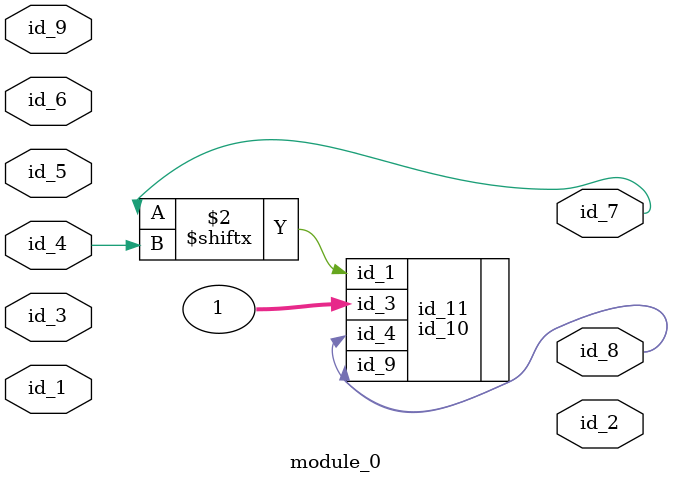
<source format=v>
module module_0 (
    id_1,
    id_2,
    id_3,
    id_4,
    id_5,
    id_6,
    id_7,
    id_8,
    id_9
);
  input id_9;
  output id_8;
  output id_7;
  input id_6;
  input id_5;
  input id_4;
  input id_3;
  output id_2;
  input id_1;
  id_10 id_11 (
      .id_9(id_8),
      .id_3(1),
      .id_1(id_7[id_4]),
      .id_4(id_8)
  );
  id_12 id_13 (
      .id_1(1),
      .id_3(1),
      .id_6(1),
      .id_7(id_5)
  );
  id_14 id_15 (
      .id_11(id_5),
      .id_5 (id_5),
      .id_7 (id_6),
      .id_6 (id_6)
  );
endmodule

</source>
